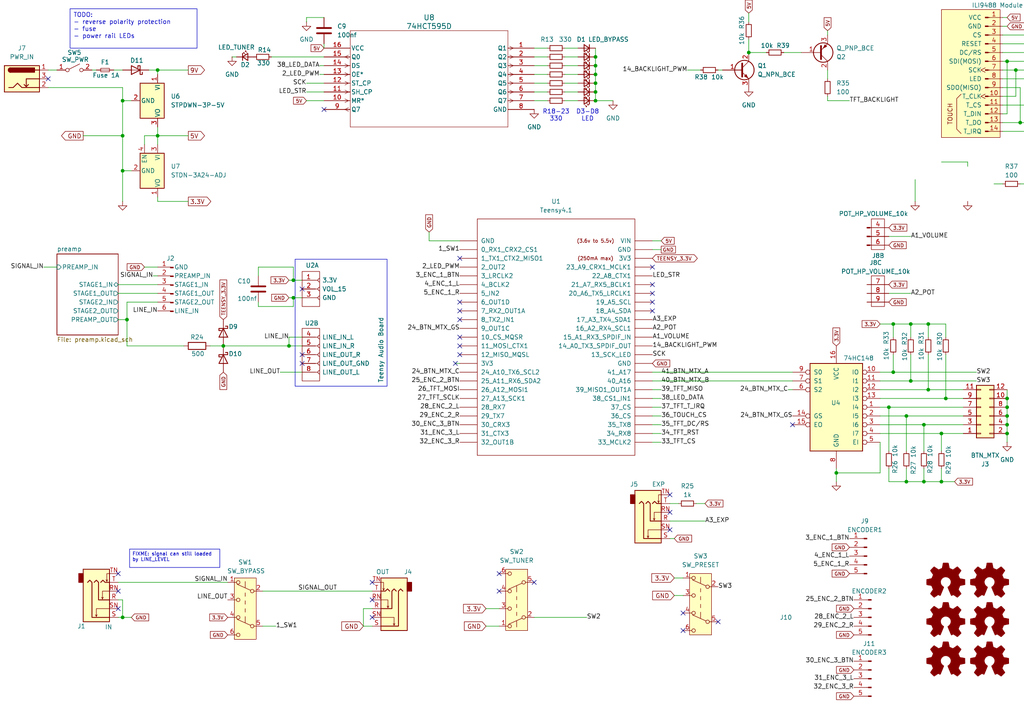
<source format=kicad_sch>
(kicad_sch (version 20231120) (generator "eeschema") (generator_version "8.0")
  (paper "A4")
  (junction (at 242.57 137.16))
  (junction (at 217.17 15.24))
  (junction (at 273.05 125.73))
  (junction (at 267.97 123.19))
  (junction (at 292.1 17.78))
  (junction (at 172.72 16.51))
  (junction (at 172.72 26.67))
  (junction (at 292.1 120.65))
  (junction (at 264.16 93.98))
  (junction (at 295.91 35.56))
  (junction (at 35.56 39.37))
  (junction (at 264.16 110.49))
  (junction (at 292.1 123.19))
  (junction (at 292.1 125.73))
  (junction (at 257.81 118.11))
  (junction (at 267.97 139.7))
  (junction (at 35.56 49.53))
  (junction (at 259.08 93.98))
  (junction (at 45.72 20.32))
  (junction (at 85.09 86.36))
  (junction (at 85.09 81.28))
  (junction (at 172.72 19.05))
  (junction (at 292.1 118.11))
  (junction (at 273.05 139.7))
  (junction (at 36.83 92.71))
  (junction (at 172.72 21.59))
  (junction (at 64.77 100.33))
  (junction (at 172.72 29.21))
  (junction (at 269.24 113.03))
  (junction (at 274.32 115.57))
  (junction (at 269.24 93.98))
  (junction (at 259.08 107.95))
  (junction (at 83.82 100.33))
  (junction (at 262.89 120.65))
  (junction (at 35.56 179.07))
  (junction (at 262.89 139.7))
  (junction (at 35.56 29.21))
  (junction (at 172.72 24.13))
  (junction (at 294.64 20.32))
  (junction (at 292.1 115.57))
  (junction (at 45.72 39.37))
  (no_connect (at 107.95 168.91))
  (no_connect (at 208.28 180.34))
  (no_connect (at 133.35 102.87))
  (no_connect (at 107.95 179.07))
  (no_connect (at 198.12 177.8))
  (no_connect (at 34.29 176.53))
  (no_connect (at 133.35 87.63))
  (no_connect (at 189.23 90.17))
  (no_connect (at 144.78 171.45))
  (no_connect (at 194.31 143.51))
  (no_connect (at 133.35 92.71))
  (no_connect (at 87.63 102.87))
  (no_connect (at 229.87 123.19))
  (no_connect (at 189.23 87.63))
  (no_connect (at 154.94 168.91))
  (no_connect (at 189.23 77.47))
  (no_connect (at 194.31 153.67))
  (no_connect (at 107.95 173.99))
  (no_connect (at 34.29 171.45))
  (no_connect (at 93.98 31.75))
  (no_connect (at 189.23 85.09))
  (no_connect (at 13.97 22.86))
  (no_connect (at 189.23 82.55))
  (no_connect (at 34.29 166.37))
  (no_connect (at 133.35 97.79))
  (no_connect (at 132.08 105.41))
  (no_connect (at 133.35 74.93))
  (no_connect (at 194.31 148.59))
  (no_connect (at 198.12 182.88))
  (no_connect (at 87.63 83.82))
  (no_connect (at 87.63 105.41))
  (no_connect (at 133.35 100.33))
  (no_connect (at 133.35 90.17))
  (no_connect (at 144.78 166.37))
  (wire (pts (xy 140.97 181.61) (xy 144.78 181.61)))
  (wire (pts (xy 34.29 168.91) (xy 66.04 168.91)))
  (wire (pts (xy 83.82 97.79) (xy 87.63 97.79)))
  (wire (pts (xy 264.16 85.09) (xy 257.81 85.09)))
  (wire (pts (xy 191.77 115.57) (xy 189.23 115.57)))
  (wire (pts (xy 88.9 5.08) (xy 93.98 5.08)))
  (wire (pts (xy 36.83 87.63) (xy 36.83 92.71)))
  (wire (pts (xy 34.29 82.55) (xy 45.72 82.55)))
  (wire (pts (xy 274.32 97.79) (xy 274.32 93.98)))
  (wire (pts (xy 273.05 46.99) (xy 280.67 46.99)))
  (wire (pts (xy 294.64 20.32) (xy 316.23 20.32)))
  (wire (pts (xy 43.18 20.32) (xy 45.72 20.32)))
  (wire (pts (xy 262.89 139.7) (xy 267.97 139.7)))
  (wire (pts (xy 172.72 29.21) (xy 177.8 29.21)))
  (wire (pts (xy 295.91 25.4) (xy 295.91 35.56)))
  (wire (pts (xy 194.31 146.05) (xy 196.85 146.05)))
  (wire (pts (xy 273.05 125.73) (xy 273.05 130.81)))
  (wire (pts (xy 208.28 20.32) (xy 209.55 20.32)))
  (wire (pts (xy 269.24 113.03) (xy 255.27 113.03)))
  (wire (pts (xy 35.56 29.21) (xy 38.1 29.21)))
  (wire (pts (xy 41.91 77.47) (xy 45.72 77.47)))
  (wire (pts (xy 299.72 10.16) (xy 290.83 10.16)))
  (wire (pts (xy 124.46 69.85) (xy 133.35 69.85)))
  (wire (pts (xy 44.45 80.01) (xy 45.72 80.01)))
  (wire (pts (xy 83.82 97.79) (xy 83.82 100.33)))
  (wire (pts (xy 259.08 107.95) (xy 255.27 107.95)))
  (wire (pts (xy 85.09 88.9) (xy 85.09 86.36)))
  (wire (pts (xy 36.83 92.71) (xy 34.29 92.71)))
  (wire (pts (xy 13.97 20.32) (xy 16.51 20.32)))
  (wire (pts (xy 274.32 93.98) (xy 269.24 93.98)))
  (wire (pts (xy 292.1 120.65) (xy 292.1 123.19)))
  (wire (pts (xy 163.83 21.59) (xy 167.64 21.59)))
  (wire (pts (xy 36.83 87.63) (xy 45.72 87.63)))
  (wire (pts (xy 41.91 39.37) (xy 41.91 41.91)))
  (wire (pts (xy 16.51 77.47) (xy 12.7 77.47)))
  (wire (pts (xy 189.23 107.95) (xy 229.87 107.95)))
  (wire (pts (xy 264.16 97.79) (xy 264.16 93.98)))
  (wire (pts (xy 88.9 26.67) (xy 93.98 26.67)))
  (wire (pts (xy 292.1 118.11) (xy 292.1 120.65)))
  (wire (pts (xy 255.27 120.65) (xy 262.89 120.65)))
  (wire (pts (xy 292.1 7.62) (xy 290.83 7.62)))
  (wire (pts (xy 74.93 77.47) (xy 74.93 80.01)))
  (wire (pts (xy 195.58 172.72) (xy 198.12 172.72)))
  (wire (pts (xy 292.1 125.73) (xy 292.1 128.27)))
  (wire (pts (xy 290.83 17.78) (xy 292.1 17.78)))
  (wire (pts (xy 240.03 22.86) (xy 240.03 20.32)))
  (wire (pts (xy 217.17 15.24) (xy 222.25 15.24)))
  (wire (pts (xy 78.74 16.51) (xy 93.98 16.51)))
  (wire (pts (xy 290.83 27.94) (xy 294.64 27.94)))
  (wire (pts (xy 41.91 39.37) (xy 45.72 39.37)))
  (wire (pts (xy 172.72 19.05) (xy 172.72 21.59)))
  (wire (pts (xy 304.8 53.34) (xy 295.91 53.34)))
  (wire (pts (xy 299.72 38.1) (xy 290.83 38.1)))
  (wire (pts (xy 264.16 110.49) (xy 264.16 102.87)))
  (wire (pts (xy 201.93 146.05) (xy 204.47 146.05)))
  (wire (pts (xy 60.96 100.33) (xy 64.77 100.33)))
  (wire (pts (xy 45.72 39.37) (xy 45.72 36.83)))
  (wire (pts (xy 191.77 125.73) (xy 189.23 125.73)))
  (wire (pts (xy 262.89 120.65) (xy 262.89 130.81)))
  (wire (pts (xy 265.43 52.07) (xy 265.43 58.42)))
  (wire (pts (xy 83.82 81.28) (xy 85.09 81.28)))
  (wire (pts (xy 54.61 39.37) (xy 45.72 39.37)))
  (wire (pts (xy 257.81 118.11) (xy 255.27 118.11)))
  (wire (pts (xy 304.8 54.61) (xy 304.8 53.34)))
  (wire (pts (xy 92.71 21.59) (xy 93.98 21.59)))
  (wire (pts (xy 13.97 25.4) (xy 35.56 25.4)))
  (wire (pts (xy 257.81 68.58) (xy 264.16 68.58)))
  (wire (pts (xy 323.85 35.56) (xy 328.93 35.56)))
  (wire (pts (xy 45.72 58.42) (xy 45.72 57.15)))
  (wire (pts (xy 80.01 181.61) (xy 76.2 181.61)))
  (wire (pts (xy 154.94 13.97) (xy 158.75 13.97)))
  (wire (pts (xy 163.83 16.51) (xy 167.64 16.51)))
  (wire (pts (xy 227.33 15.24) (xy 232.41 15.24)))
  (wire (pts (xy 45.72 39.37) (xy 45.72 41.91)))
  (wire (pts (xy 35.56 39.37) (xy 35.56 29.21)))
  (wire (pts (xy 64.77 100.33) (xy 83.82 100.33)))
  (wire (pts (xy 217.17 11.43) (xy 217.17 15.24)))
  (wire (pts (xy 191.77 128.27) (xy 189.23 128.27)))
  (wire (pts (xy 255.27 128.27) (xy 255.27 137.16)))
  (wire (pts (xy 88.9 5.08) (xy 88.9 6.35)))
  (wire (pts (xy 242.57 137.16) (xy 242.57 139.7)))
  (wire (pts (xy 189.23 110.49) (xy 229.87 110.49)))
  (wire (pts (xy 306.07 54.61) (xy 304.8 54.61)))
  (wire (pts (xy 35.56 39.37) (xy 24.13 39.37)))
  (wire (pts (xy 267.97 139.7) (xy 273.05 139.7)))
  (wire (pts (xy 163.83 24.13) (xy 167.64 24.13)))
  (wire (pts (xy 35.56 173.99) (xy 35.56 179.07)))
  (wire (pts (xy 105.41 176.53) (xy 105.41 181.61)))
  (wire (pts (xy 36.83 100.33) (xy 53.34 100.33)))
  (wire (pts (xy 45.72 20.32) (xy 54.61 20.32)))
  (wire (pts (xy 273.05 139.7) (xy 273.05 135.89)))
  (wire (pts (xy 240.03 29.21) (xy 246.38 29.21)))
  (wire (pts (xy 292.1 17.78) (xy 316.23 17.78)))
  (wire (pts (xy 163.83 19.05) (xy 167.64 19.05)))
  (wire (pts (xy 154.94 16.51) (xy 158.75 16.51)))
  (wire (pts (xy 35.56 25.4) (xy 35.56 29.21)))
  (wire (pts (xy 88.9 29.21) (xy 93.98 29.21)))
  (wire (pts (xy 154.94 179.07) (xy 170.18 179.07)))
  (wire (pts (xy 267.97 123.19) (xy 255.27 123.19)))
  (wire (pts (xy 172.72 13.97) (xy 172.72 16.51)))
  (wire (pts (xy 240.03 27.94) (xy 240.03 29.21)))
  (wire (pts (xy 81.28 107.95) (xy 87.63 107.95)))
  (wire (pts (xy 217.17 3.81) (xy 217.17 6.35)))
  (wire (pts (xy 163.83 29.21) (xy 167.64 29.21)))
  (wire (pts (xy 154.94 19.05) (xy 158.75 19.05)))
  (wire (pts (xy 279.4 113.03) (xy 269.24 113.03)))
  (wire (pts (xy 35.56 49.53) (xy 38.1 49.53)))
  (wire (pts (xy 158.75 21.59) (xy 154.94 21.59)))
  (wire (pts (xy 85.09 77.47) (xy 85.09 81.28)))
  (wire (pts (xy 107.95 176.53) (xy 105.41 176.53)))
  (wire (pts (xy 290.83 35.56) (xy 295.91 35.56)))
  (wire (pts (xy 323.85 17.78) (xy 328.93 17.78)))
  (wire (pts (xy 191.77 123.19) (xy 189.23 123.19)))
  (wire (pts (xy 290.83 20.32) (xy 294.64 20.32)))
  (wire (pts (xy 163.83 26.67) (xy 167.64 26.67)))
  (wire (pts (xy 74.93 88.9) (xy 74.93 87.63)))
  (wire (pts (xy 290.83 53.34) (xy 288.29 53.34)))
  (wire (pts (xy 269.24 93.98) (xy 264.16 93.98)))
  (wire (pts (xy 34.29 85.09) (xy 45.72 85.09)))
  (wire (pts (xy 269.24 113.03) (xy 269.24 102.87)))
  (wire (pts (xy 267.97 123.19) (xy 267.97 130.81)))
  (wire (pts (xy 35.56 179.07) (xy 34.29 179.07)))
  (wire (pts (xy 228.6 113.03) (xy 229.87 113.03)))
  (wire (pts (xy 264.16 93.98) (xy 259.08 93.98)))
  (wire (pts (xy 257.81 139.7) (xy 262.89 139.7)))
  (wire (pts (xy 274.32 115.57) (xy 255.27 115.57)))
  (wire (pts (xy 279.4 118.11) (xy 257.81 118.11)))
  (wire (pts (xy 158.75 24.13) (xy 154.94 24.13)))
  (wire (pts (xy 292.1 113.03) (xy 292.1 115.57)))
  (wire (pts (xy 295.91 35.56) (xy 316.23 35.56)))
  (wire (pts (xy 74.93 88.9) (xy 85.09 88.9)))
  (wire (pts (xy 299.72 12.7) (xy 290.83 12.7)))
  (wire (pts (xy 74.93 77.47) (xy 85.09 77.47)))
  (wire (pts (xy 259.08 93.98) (xy 259.08 97.79)))
  (wire (pts (xy 93.98 12.7) (xy 93.98 13.97)))
  (wire (pts (xy 323.85 20.32) (xy 328.93 20.32)))
  (wire (pts (xy 283.21 107.95) (xy 259.08 107.95)))
  (wire (pts (xy 290.83 25.4) (xy 295.91 25.4)))
  (wire (pts (xy 154.94 29.21) (xy 158.75 29.21)))
  (wire (pts (xy 54.61 58.42) (xy 45.72 58.42)))
  (wire (pts (xy 167.64 13.97) (xy 163.83 13.97)))
  (wire (pts (xy 290.83 5.08) (xy 292.1 5.08)))
  (wire (pts (xy 292.1 123.19) (xy 292.1 125.73)))
  (wire (pts (xy 283.21 110.49) (xy 264.16 110.49)))
  (wire (pts (xy 290.83 33.02) (xy 292.1 33.02)))
  (wire (pts (xy 195.58 167.64) (xy 198.12 167.64)))
  (wire (pts (xy 67.31 16.51) (xy 68.58 16.51)))
  (wire (pts (xy 294.64 20.32) (xy 294.64 27.94)))
  (wire (pts (xy 259.08 107.95) (xy 259.08 102.87)))
  (wire (pts (xy 83.82 86.36) (xy 85.09 86.36)))
  (wire (pts (xy 280.67 46.99) (xy 280.67 48.26)))
  (wire (pts (xy 191.77 120.65) (xy 189.23 120.65)))
  (wire (pts (xy 273.05 125.73) (xy 255.27 125.73)))
  (wire (pts (xy 257.81 118.11) (xy 257.81 130.81)))
  (wire (pts (xy 172.72 21.59) (xy 172.72 24.13)))
  (wire (pts (xy 242.57 137.16) (xy 255.27 137.16)))
  (wire (pts (xy 38.1 179.07) (xy 35.56 179.07)))
  (wire (pts (xy 279.4 123.19) (xy 267.97 123.19)))
  (wire (pts (xy 124.46 67.31) (xy 124.46 69.85)))
  (wire (pts (xy 262.89 139.7) (xy 262.89 135.89)))
  (wire (pts (xy 292.1 115.57) (xy 292.1 118.11)))
  (wire (pts (xy 259.08 93.98) (xy 255.27 93.98)))
  (wire (pts (xy 290.83 22.86) (xy 299.72 22.86)))
  (wire (pts (xy 273.05 139.7) (xy 276.86 139.7)))
  (wire (pts (xy 269.24 93.98) (xy 269.24 97.79)))
  (wire (pts (xy 299.72 15.24) (xy 290.83 15.24)))
  (wire (pts (xy 189.23 72.39) (xy 191.77 72.39)))
  (wire (pts (xy 257.81 135.89) (xy 257.81 139.7)))
  (wire (pts (xy 172.72 24.13) (xy 172.72 26.67)))
  (wire (pts (xy 191.77 69.85) (xy 189.23 69.85)))
  (wire (pts (xy 299.72 30.48) (xy 290.83 30.48)))
  (wire (pts (xy 107.95 181.61) (xy 105.41 181.61)))
  (wire (pts (xy 34.29 173.99) (xy 35.56 173.99)))
  (wire (pts (xy 191.77 113.03) (xy 189.23 113.03)))
  (wire (pts (xy 154.94 26.67) (xy 158.75 26.67)))
  (wire (pts (xy 85.09 81.28) (xy 87.63 81.28)))
  (wire (pts (xy 262.89 120.65) (xy 279.4 120.65)))
  (wire (pts (xy 199.39 20.32) (xy 203.2 20.32)))
  (wire (pts (xy 36.83 92.71) (xy 36.83 100.33)))
  (wire (pts (xy 35.56 58.42) (xy 35.56 49.53)))
  (wire (pts (xy 292.1 17.78) (xy 292.1 33.02)))
  (wire (pts (xy 279.4 115.57) (xy 274.32 115.57)))
  (wire (pts (xy 92.71 19.05) (xy 93.98 19.05)))
  (wire (pts (xy 35.56 20.32) (xy 33.02 20.32)))
  (wire (pts (xy 172.72 26.67) (xy 172.72 29.21)))
  (wire (pts (xy 140.97 176.53) (xy 144.78 176.53)))
  (wire (pts (xy 194.31 156.21) (xy 195.58 156.21)))
  (wire (pts (xy 26.67 20.32) (xy 27.94 20.32)))
  (wire (pts (xy 194.31 151.13) (xy 204.47 151.13)))
  (wire (pts (xy 274.32 115.57) (xy 274.32 102.87)))
  (wire (pts (xy 35.56 39.37) (xy 35.56 49.53)))
  (wire (pts (xy 172.72 16.51) (xy 172.72 19.05)))
  (wire (pts (xy 83.82 100.33) (xy 87.63 100.33)))
  (wire (pts (xy 267.97 135.89) (xy 267.97 139.7)))
  (wire (pts (xy 279.4 125.73) (xy 273.05 125.73)))
  (wire (pts (xy 76.2 171.45) (xy 107.95 171.45)))
  (wire (pts (xy 132.08 105.41) (xy 133.35 105.41)))
  (wire (pts (xy 191.77 118.11) (xy 189.23 118.11)))
  (wire (pts (xy 242.57 135.89) (xy 242.57 137.16)))
  (wire (pts (xy 264.16 110.49) (xy 255.27 110.49)))
  (wire (pts (xy 240.03 8.89) (xy 240.03 10.16)))
  (wire (pts (xy 85.09 86.36) (xy 87.63 86.36)))
  (wire (pts (xy 88.9 24.13) (xy 93.98 24.13)))
  (wire (pts (xy 45.72 20.32) (xy 45.72 21.59)))
  (rectangle (start 85.598 75.184) (end 112.268 112.014))
  (text_box "TODO: \n- reverse polarity protection\n- fuse\n- power rail LEDs\n\n" (at 20.32 2.54 0) (size 36.83 11.43) (effects (font (size 1.27 1.27)) (justify left top)))
  (text_box "Resistors to slow the high frequency transients on SPI lines - value needs tuning/testing" (at 318.262 6.858 0) (size 27.94 4.826) (effects (font (size 0.762 0.762)) (justify left top)))
  (text_box "FIXME: signal can still loaded by LINE_LEVEL" (at 37.592 159.258 0) (size 26.162 5.334) (effects (font (size 1 1)) (justify left top)))
  (text "D3-D8\nLED" (at 170.434 33.528 0) (effects (font (size 1.27 1.27))))
  (text "R18-23\n330\n" (at 161.29 33.528 0) (effects (font (size 1.27 1.27))))
  (label "LINE_IN" (at 45.72 90.17 180))
  (label "26_TFT_MOSI" (at 328.93 17.78 0))
  (label "3_ENC_1_BTN" (at 133.35 80.01 180))
  (label "5_ENC_1_R" (at 133.35 85.09 180))
  (label "32_ENC_3_R" (at 247.65 199.39 180))
  (label "40_BTN_MTX_B" (at 191.77 110.49 0))
  (label "30_ENC_3_BTN" (at 133.35 123.19 180))
  (label "39_TFT_MISO" (at 191.77 113.03 0))
  (label "31_ENC_3_L" (at 247.65 196.85 180))
  (label "35_TFT_DC{slash}RS" (at 191.77 123.19 0))
  (label "TFT_BACKLIGHT" (at 299.72 22.86 0))
  (label "36_TOUCH_CS" (at 191.77 120.65 0))
  (label "37_TFT_T_IRQ" (at 191.77 118.11 0))
  (label "A1_VOLUME" (at 189.23 97.79 0))
  (label "4_ENC_1_L" (at 133.35 82.55 180))
  (label "39_TFT_MISO" (at 328.93 35.56 0))
  (label "3_ENC_1_BTN" (at 246.38 156.21 180))
  (label "SIGNAL_IN" (at 66.04 168.91 180))
  (label "27_TFT_SCLK" (at 328.93 20.32 0))
  (label "A3_EXP" (at 204.47 151.13 0))
  (label "2_LED_PWM" (at 92.71 21.59 180))
  (label "1_SW1" (at 80.01 181.61 0))
  (label "SW2" (at 170.18 179.07 0))
  (label "SIGNAL_OUT" (at 97.79 171.45 180))
  (label "2_LED_PWM" (at 133.35 77.47 180))
  (label "LINE_OUT" (at 81.28 107.95 180))
  (label "14_BACKLIGHT_PWM" (at 189.23 100.33 0))
  (label "36_TOUCH_CS" (at 299.72 30.48 0))
  (label "4_ENC_1_L" (at 246.38 161.29 180))
  (label "A1_VOLUME" (at 264.16 68.58 0))
  (label "SW3" (at 208.28 170.18 0))
  (label "41_BTN_MTX_A" (at 191.77 107.95 0))
  (label "31_ENC_3_L" (at 133.35 125.73 180))
  (label "33_TFT_CS" (at 191.77 128.27 0))
  (label "34_TFT_RST" (at 191.77 125.73 0))
  (label "A2_POT" (at 189.23 95.25 0))
  (label "1_SW1" (at 133.35 72.39 180))
  (label "A3_EXP" (at 189.23 92.71 0))
  (label "24_BTN_MTX_GS" (at 229.87 120.65 180))
  (label "32_ENC_3_R" (at 133.35 128.27 180))
  (label "33_TFT_CS" (at 299.72 10.16 0))
  (label "38_LED_DATA" (at 92.71 19.05 180))
  (label "SIGNAL_IN" (at 44.45 80.01 180))
  (label "24_BTN_MTX_C" (at 133.35 107.95 180))
  (label "SCK" (at 88.9 24.13 180))
  (label "LED_STR" (at 189.23 80.01 0))
  (label "LINE_IN" (at 83.82 97.79 180))
  (label "TFT_BACKLIGHT" (at 246.38 29.21 0))
  (label "34_TFT_RST" (at 299.72 12.7 0))
  (label "24_BTN_MTX_GS" (at 133.35 95.25 180))
  (label "SIGNAL_IN" (at 12.7 77.47 180))
  (label "A2_POT" (at 264.16 85.09 0))
  (label "28_ENC_2_L" (at 133.35 118.11 180))
  (label "26_TFT_MOSI" (at 133.35 113.03 180))
  (label "25_ENC_2_BTN" (at 247.65 173.99 180))
  (label "27_TFT_SCLK" (at 133.35 115.57 180))
  (label "37_TFT_T_IRQ" (at 299.72 38.1 0))
  (label "29_ENC_2_R" (at 133.35 120.65 180))
  (label "LED_STR" (at 88.9 26.67 180))
  (label "25_ENC_2_BTN" (at 133.35 110.49 180))
  (label "SW2" (at 283.21 107.95 0))
  (label "29_ENC_2_R" (at 247.65 181.61 180))
  (label "38_LED_DATA" (at 191.77 115.57 0))
  (label "35_TFT_DC{slash}RS" (at 299.72 15.24 0))
  (label "SCK" (at 189.23 102.87 0))
  (label "28_ENC_2_L" (at 247.65 179.07 180))
  (label "14_BACKLIGHT_PWM" (at 199.39 20.32 180))
  (label "LINE_OUT" (at 66.04 173.99 180))
  (label "5_ENC_1_R" (at 246.38 163.83 180))
  (label "24_BTN_MTX_C" (at 228.6 113.03 180))
  (label "30_ENC_3_BTN" (at 247.65 191.77 180))
  (label "SW3" (at 283.21 110.49 0))
  (global_label "GND" (shape input) (at 140.97 181.61 180) (property "Intersheetrefs" "${INTERSHEET_REFS}" (effects (hide yes))))
  (global_label "GND" (shape input) (at 257.81 87.63 0) (effects (font (size 1.016 1.016))) (property "Intersheetrefs" "${INTERSHEET_REFS}" (effects (hide yes))))
  (global_label "GND" (shape input) (at 292.1 7.62 0) (effects (font (size 1.016 1.016))) (property "Intersheetrefs" "${INTERSHEET_REFS}" (effects (hide yes))))
  (global_label "GND" (shape input) (at 247.65 184.15 180) (effects (font (size 1.016 1.016))) (property "Intersheetrefs" "${INTERSHEET_REFS}" (effects (hide yes))))
  (global_label "GND" (shape input) (at 247.65 194.31 180) (effects (font (size 1.016 1.016))) (property "Intersheetrefs" "${INTERSHEET_REFS}" (effects (hide yes))))
  (global_label "GND" (shape input) (at 246.38 158.75 180) (effects (font (size 1.016 1.016))) (property "Intersheetrefs" "${INTERSHEET_REFS}" (effects (hide yes))))
  (global_label "3.3V" (shape input) (at 242.57 100.33 90) (effects (font (size 1.016 1.016))) (property "Intersheetrefs" "${INTERSHEET_REFS}" (effects (hide yes))))
  (global_label "3.3V" (shape input) (at 195.58 167.64 180) (property "Intersheetrefs" "${INTERSHEET_REFS}" (effects (hide yes))))
  (global_label "5V" (shape input) (at 292.1 5.08 0) (effects (font (size 1.016 1.016))) (property "Intersheetrefs" "${INTERSHEET_REFS}" (effects (hide yes))))
  (global_label "3.3V" (shape output) (at 54.61 58.42 0) (property "Intersheetrefs" "${INTERSHEET_REFS}" (effects (hide yes))))
  (global_label "GND" (shape input) (at 247.65 176.53 180) (effects (font (size 1.016 1.016))) (property "Intersheetrefs" "${INTERSHEET_REFS}" (effects (hide yes))))
  (global_label "GND" (shape input) (at 195.58 156.21 0) (effects (font (size 1.016 1.016))) (property "Intersheetrefs" "${INTERSHEET_REFS}" (effects (hide yes))))
  (global_label "TEENSY_3.3V" (shape bidirectional) (at 189.23 74.93 0) (effects (font (size 1.0668 1.0668))) (property "Intersheetrefs" "${INTERSHEET_REFS}" (effects (hide yes))))
  (global_label "3.3V" (shape input) (at 204.47 146.05 0) (effects (font (size 1.016 1.016))) (property "Intersheetrefs" "${INTERSHEET_REFS}" (effects (hide yes))))
  (global_label "GND" (shape input) (at 41.91 77.47 180) (effects (font (size 1.016 1.016))) (property "Intersheetrefs" "${INTERSHEET_REFS}" (effects (hide yes))))
  (global_label "3.3V" (shape input) (at 257.81 66.04 0) (effects (font (size 1.016 1.016))) (property "Intersheetrefs" "${INTERSHEET_REFS}" (effects (hide yes))))
  (global_label "9V" (shape output) (at 54.61 20.32 0) (property "Intersheetrefs" "${INTERSHEET_REFS}" (effects (hide yes))))
  (global_label "TEENSY_3.3V" (shape input) (at 64.77 92.71 90) (effects (font (size 1.016 1.016))) (property "Intersheetrefs" "${INTERSHEET_REFS}" (effects (hide yes))))
  (global_label "GND" (shape input) (at 257.81 71.12 0) (effects (font (size 1.016 1.016))) (property "Intersheetrefs" "${INTERSHEET_REFS}" (effects (hide yes))))
  (global_label "GND" (shape input) (at 189.23 105.41 0) (effects (font (size 1.016 1.016))) (property "Intersheetrefs" "${INTERSHEET_REFS}" (effects (hide yes))))
  (global_label "GND" (shape output) (at 24.13 39.37 180) (property "Intersheetrefs" "${INTERSHEET_REFS}" (effects (hide yes))))
  (global_label "GND" (shape input) (at 66.04 184.15 180) (effects (font (size 1.016 1.016))) (property "Intersheetrefs" "${INTERSHEET_REFS}" (effects (hide yes))))
  (global_label "3.3V" (shape input) (at 255.27 93.98 180) (effects (font (size 1.016 1.016))) (property "Intersheetrefs" "${INTERSHEET_REFS}" (effects (hide yes))))
  (global_label "5V" (shape input) (at 240.03 8.89 90) (effects (font (size 1.016 1.016))) (property "Intersheetrefs" "${INTERSHEET_REFS}" (effects (hide yes))))
  (global_label "3.3V" (shape input) (at 83.82 81.28 180) (effects (font (size 1.016 1.016))) (property "Intersheetrefs" "${INTERSHEET_REFS}" (effects (hide yes))))
  (global_label "GND" (shape input) (at 124.46 67.31 90) (effects (font (size 1.016 1.016))) (property "Intersheetrefs" "${INTERSHEET_REFS}" (effects (hide yes))))
  (global_label "GND" (shape input) (at 64.77 107.95 270) (effects (font (size 1.016 1.016))) (property "Intersheetrefs" "${INTERSHEET_REFS}" (effects (hide yes))))
  (global_label "5V" (shape input) (at 191.77 69.85 0) (effects (font (size 1.016 1.016))) (property "Intersheetrefs" "${INTERSHEET_REFS}" (effects (hide yes))))
  (global_label "5V" (shape input) (at 93.98 13.97 180) (effects (font (size 1.016 1.016))) (property "Intersheetrefs" "${INTERSHEET_REFS}" (effects (hide yes))))
  (global_label "GND" (shape input) (at 247.65 201.93 180) (effects (font (size 1.016 1.016))) (property "Intersheetrefs" "${INTERSHEET_REFS}" (effects (hide yes))))
  (global_label "GND" (shape input) (at 105.41 181.61 180) (property "Intersheetrefs" "${INTERSHEET_REFS}" (effects (hide yes))))
  (global_label "GND" (shape input) (at 38.1 179.07 0) (effects (font (size 1.016 1.016))) (property "Intersheetrefs" "${INTERSHEET_REFS}" (effects (hide yes))))
  (global_label "GND" (shape input) (at 195.58 172.72 180) (property "Intersheetrefs" "${INTERSHEET_REFS}" (effects (hide yes))))
  (global_label "3.3V" (shape input) (at 140.97 176.53 180) (property "Intersheetrefs" "${INTERSHEET_REFS}" (effects (hide yes))))
  (global_label "5V" (shape input) (at 217.17 3.81 90) (effects (font (size 1.016 1.016))) (property "Intersheetrefs" "${INTERSHEET_REFS}" (effects (hide yes))))
  (global_label "3.3V" (shape input) (at 276.86 139.7 0) (effects (font (size 1.016 1.016))) (property "Intersheetrefs" "${INTERSHEET_REFS}" (effects (hide yes))))
  (global_label "5V" (shape input) (at 88.9 29.21 180) (effects (font (size 1.016 1.016))) (property "Intersheetrefs" "${INTERSHEET_REFS}" (effects (hide yes))))
  (global_label "GND" (shape input) (at 246.38 166.37 180) (effects (font (size 1.016 1.016))) (property "Intersheetrefs" "${INTERSHEET_REFS}" (effects (hide yes))))
  (global_label "3.3V" (shape input) (at 257.81 82.55 0) (effects (font (size 1.016 1.016))) (property "Intersheetrefs" "${INTERSHEET_REFS}" (effects (hide yes))))
  (global_label "5V" (shape output) (at 54.61 39.37 0) (property "Intersheetrefs" "${INTERSHEET_REFS}" (effects (hide yes))))
  (global_label "GND" (shape passive) (at 191.77 72.39 0) (effects (font (size 1.016 1.016))) (property "Intersheetrefs" "${INTERSHEET_REFS}" (effects (hide yes))))
  (global_label "3.3V" (shape input) (at 66.04 179.07 180) (effects (font (size 1.016 1.016))) (property "Intersheetrefs" "${INTERSHEET_REFS}" (effects (hide yes))))
  (global_label "GND" (shape input) (at 83.82 86.36 180) (effects (font (size 1.016 1.016))) (property "Intersheetrefs" "${INTERSHEET_REFS}" (effects (hide yes))))
  (symbol (lib_id "Device:D_Schottky") (at 39.37 20.32 180) (unit 1)
    (property "Reference" "D11" (at 41.656 17.526 0) (effects (justify left)))
    (property "Value" "D_Schottky" (effects (hide yes)))
    (property "Footprint" "TI_FOOTPRINTS:DO-41_DIO" (effects (hide yes)))
    (property "Description" "Schottky diode" (effects (hide yes)))
  )
  (symbol (lib_id "Connector:Conn_01x05_Pin") (at 252.73 196.85 0) (mirror y) (unit 1)
    (property "Reference" "J11" (at 252.095 186.69 0))
    (property "Value" "ENCODER3" (at 252.095 189.23 0))
    (property "Footprint" "Connector_PinHeader_2.54mm:PinHeader_1x05_P2.54mm_Vertical" (effects (hide yes)))
    (property "Description" "Generic connector, single row, 01x05, script generated" (effects (hide yes)))
  )
  (symbol (lib_id "mcguitarpedal:Teensy_Audio_Board_Secondary_Sockets") (at 92.71 86.36 0) (unit 1)
    (property "Reference" "U2" (at 88.646 76.962 0) (effects (justify left)))
    (property "Value" "Teensy Audio Board" (at 110.49 110.998 90) (effects (justify left)))
    (property "Footprint" "mcguitarpedal:4.0audioshield" (effects (hide yes)))
    (property "Description" "Teensy Audio Board LINE and VOL connectors" (effects (hide yes)))
  )
  (symbol (lib_id "Device:LED_Small") (at 71.12 16.51 0) (unit 1)
    (property "Reference" "D2" (at 71.12 18.796 0))
    (property "Value" "LED_TUNER" (at 68.58 13.716 0))
    (property "Footprint" "LED_THT:LED_D5.0mm" (effects (hide yes)))
    (property "Description" "Light emitting diode, small symbol" (effects (hide yes)))
  )
  (symbol (lib_id "Device:R_Small") (at 76.2 16.51 270) (mirror x) (unit 1)
    (property "Reference" "R14" (at 76.708 14.478 90))
    (property "Value" "330" (at 76.454 18.288 90))
    (property "Footprint" "Resistor_SMD:R_1206_3216Metric_Pad1.30x1.75mm_HandSolder" (effects (hide yes)))
    (property "Description" "Resistor, small symbol" (effects (hide yes)))
  )
  (symbol (lib_id "Device:R") (at 320.04 17.78 90) (unit 1)
    (property "Reference" "R15" (at 320.04 14.732 90))
    (property "Value" "50" (at 320.04 17.78 90))
    (property "Footprint" "Resistor_SMD:R_1206_3216Metric_Pad1.30x1.75mm_HandSolder" (effects (hide yes)))
    (property "Description" "Resistor" (effects (hide yes)))
  )
  (symbol (lib_id "Device:R") (at 320.04 20.32 90) (unit 1)
    (property "Reference" "R16" (at 319.786 22.86 90))
    (property "Value" "50" (at 320.04 20.32 90))
    (property "Footprint" "Resistor_SMD:R_1206_3216Metric_Pad1.30x1.75mm_HandSolder" (effects (hide yes)))
    (property "Description" "Resistor" (effects (hide yes)))
  )
  (symbol (lib_id "Switch:SW_Push_DPDT") (at 149.86 173.99 180) (unit 1)
    (property "Reference" "SW2" (at 149.86 160.02 0))
    (property "Value" "SW_TUNER" (at 149.86 162.56 0))
    (property "Footprint" "mcguitarpedal:SW_PUSH_DPDT" (effects (hide yes)))
    (property "Description" "Momentary Switch, dual pole double throw" (effects (hide yes)))
  )
  (symbol (lib_id "Graphic:Logo_Open_Hardware_Small") (at 287.02 191.77 0) (unit 1) (exclude_from_sim yes) (in_bom no)
    (property "Reference" "POT3" (effects (hide yes)))
    (property "Value" "Logo_Open_Hardware_Small" (effects (hide yes)))
    (property "Footprint" "mcguitarpedal:Floating Potentiometer" (effects (hide yes)))
    (property "Description" "Open Hardware logo, small" (effects (hide yes)))
  )
  (symbol (lib_id "Device:Fuse_Small") (at 30.48 20.32 0) (unit 1)
    (property "Reference" "F1" (at 30.48 18.034 0))
    (property "Value" "Fuse 1A" (at 30.734 21.844 0))
    (property "Footprint" "Fuse:Fuse_Littelfuse_395Series" (effects (hide yes)))
    (property "Description" "Fuse, small symbol" (effects (hide yes)))
  )
  (symbol (lib_id "Device:R_Small") (at 161.29 29.21 90) (mirror x) (unit 1)
    (property "Reference" "R18" (effects (hide yes)))
    (property "Value" "330" (effects (hide yes)))
    (property "Footprint" "Resistor_SMD:R_1206_3216Metric_Pad1.30x1.75mm_HandSolder" (effects (hide yes)))
    (property "Description" "Resistor, small symbol" (effects (hide yes)))
  )
  (symbol (lib_name "3x2_Headers_1") (lib_id "mcguitarpedal:3x2_Headers") (at 251.46 83.82 0) (unit 3)
    (property "Reference" "J8" (at 254 76.2 0))
    (property "Value" "POT_HP_VOLUME_10k" (at 254 78.74 0))
    (property "Footprint" "Connector_PinHeader_2.54mm:PinHeader_1x09_P2.54mm_Vertical" (effects (hide yes)))
  )
  (symbol (lib_id "Device:R") (at 320.04 35.56 90) (unit 1)
    (property "Reference" "R17" (at 319.786 38.1 90))
    (property "Value" "50" (at 320.04 35.56 90))
    (property "Footprint" "Resistor_SMD:R_1206_3216Metric_Pad1.30x1.75mm_HandSolder" (effects (hide yes)))
    (property "Description" "Resistor" (effects (hide yes)))
  )
  (symbol (lib_id "Device:R_Small") (at 205.74 20.32 90) (unit 1)
    (property "Reference" "R38" (at 201.422 22.352 90) (effects (justify right)))
    (property "Value" "10k" (at 206.248 22.352 90) (effects (justify right)))
    (property "Footprint" "Resistor_SMD:R_1206_3216Metric_Pad1.30x1.75mm_HandSolder" (effects (hide yes)))
    (property "Description" "Resistor, small symbol" (effects (hide yes)))
  )
  (symbol (lib_id "Device:R_Small") (at 262.89 133.35 180) (unit 1)
    (property "Reference" "R27" (at 264.922 137.668 90) (effects (justify right)))
    (property "Value" "10k" (at 264.922 132.842 90) (effects (justify right)))
    (property "Footprint" "Resistor_SMD:R_1206_3216Metric_Pad1.30x1.75mm_HandSolder" (effects (hide yes)))
    (property "Description" "Resistor, small symbol" (effects (hide yes)))
  )
  (symbol (lib_id "Switch:SW_SPST") (at 21.59 20.32 0) (unit 1)
    (property "Reference" "SW5" (at 21.59 15.24 0))
    (property "Value" "SW_PWR" (at 21.844 17.272 0))
    (property "Footprint" "Connector_PinHeader_2.54mm:PinHeader_1x02_P2.54mm_Vertical" (effects (hide yes)))
    (property "Description" "Single Pole Single Throw (SPST) switch" (effects (hide yes)))
  )
  (symbol (lib_id "Graphic:Logo_Open_Hardware_Small") (at 274.32 180.34 0) (unit 1) (exclude_from_sim yes) (in_bom no)
    (property "Reference" "ENC2" (effects (hide yes)))
    (property "Value" "Logo_Open_Hardware_Small" (effects (hide yes)))
    (property "Footprint" "mcguitarpedal:Floating Encoder" (effects (hide yes)))
    (property "Description" "Open Hardware logo, small" (effects (hide yes)))
  )
  (symbol (lib_id "Device:R_Small") (at 161.29 19.05 90) (mirror x) (unit 1)
    (property "Reference" "R22" (effects (hide yes)))
    (property "Value" "330" (effects (hide yes)))
    (property "Footprint" "Resistor_SMD:R_1206_3216Metric_Pad1.30x1.75mm_HandSolder" (effects (hide yes)))
    (property "Description" "Resistor, small symbol" (effects (hide yes)))
  )
  (symbol (lib_id "Device:R_Small") (at 269.24 100.33 0) (unit 1)
    (property "Reference" "R31" (at 267.208 96.012 90) (effects (justify right)))
    (property "Value" "10k" (at 267.208 100.838 90) (effects (justify right)))
    (property "Footprint" "Resistor_SMD:R_1206_3216Metric_Pad1.30x1.75mm_HandSolder" (effects (hide yes)))
    (property "Description" "Resistor, small symbol" (effects (hide yes)))
  )
  (symbol (lib_id "Device:R_Small") (at 267.97 133.35 180) (unit 1)
    (property "Reference" "R28" (at 269.748 137.414 90) (effects (justify right)))
    (property "Value" "10k" (at 269.748 132.588 90) (effects (justify right)))
    (property "Footprint" "Resistor_SMD:R_1206_3216Metric_Pad1.30x1.75mm_HandSolder" (effects (hide yes)))
    (property "Description" "Resistor, small symbol" (effects (hide yes)))
  )
  (symbol (lib_id "Connector:Conn_01x05_Pin") (at 252.73 179.07 0) (mirror y) (unit 1)
    (property "Reference" "J10" (at 227.965 179.07 0))
    (property "Value" "ENCODER2" (at 252.095 171.45 0))
    (property "Footprint" "Connector_PinHeader_2.54mm:PinHeader_1x05_P2.54mm_Vertical" (effects (hide yes)))
    (property "Description" "Generic connector, single row, 01x05, script generated" (effects (hide yes)))
  )
  (symbol (lib_id "power:GND") (at 265.43 58.42 0) (unit 1)
    (property "Reference" "#PWR09" (effects (hide yes)))
    (property "Value" "GND" (effects (hide yes)))
    (property "Description" "Power symbol creates a global label with name \"GND\" , ground" (effects (hide yes)))
  )
  (symbol (lib_id "Device:R_Small") (at 273.05 133.35 180) (unit 1)
    (property "Reference" "R29" (at 275.082 137.668 90) (effects (justify right)))
    (property "Value" "10k" (at 275.082 132.842 90) (effects (justify right)))
    (property "Footprint" "Resistor_SMD:R_1206_3216Metric_Pad1.30x1.75mm_HandSolder" (effects (hide yes)))
    (property "Description" "Resistor, small symbol" (effects (hide yes)))
  )
  (symbol (lib_id "power:GND") (at 217.17 25.4 0) (unit 1)
    (property "Reference" "#PWR010" (effects (hide yes)))
    (property "Value" "GND" (at 217.17 30.48 0))
    (property "Description" "Power symbol creates a global label with name \"GND\" , ground" (effects (hide yes)))
  )
  (symbol (lib_id "Device:R_Small") (at 264.16 100.33 0) (unit 1)
    (property "Reference" "R32" (at 262.382 96.266 90) (effects (justify right)))
    (property "Value" "10k" (at 262.382 101.092 90) (effects (justify right)))
    (property "Footprint" "Resistor_SMD:R_1206_3216Metric_Pad1.30x1.75mm_HandSolder" (effects (hide yes)))
    (property "Description" "Resistor, small symbol" (effects (hide yes)))
  )
  (symbol (lib_id "Device:R_Small") (at 293.37 53.34 270) (unit 1)
    (property "Reference" "R37" (at 293.37 48.26 90))
    (property "Value" "100" (at 293.37 50.8 90))
    (property "Footprint" "Resistor_THT:R_Axial_DIN0207_L6.3mm_D2.5mm_P7.62mm_Horizontal" (effects (hide yes)))
    (property "Description" "Resistor, small symbol" (effects (hide yes)))
  )
  (symbol (lib_id "Device:D_Schottky") (at 64.77 104.14 270) (unit 1)
    (property "Reference" "D10" (at 66.294 102.616 90) (effects (justify left)))
    (property "Value" "D_Schottky" (effects (hide yes)))
    (property "Footprint" "TI_FOOTPRINTS:DO-41_DIO" (effects (hide yes)))
    (property "Description" "Schottky diode" (effects (hide yes)))
  )
  (symbol (lib_id "power:GND") (at 177.8 29.21 0) (unit 1)
    (property "Reference" "#PWR02" (effects (hide yes)))
    (property "Value" "GND" (at 177.8 34.29 0))
    (property "Description" "Power symbol creates a global label with name \"GND\" , ground" (effects (hide yes)))
  )
  (symbol (lib_id "Connector_Audio:AudioJack3_Switch") (at 113.03 176.53 180) (unit 1)
    (property "Reference" "J4" (at 118.364 165.862 0))
    (property "Value" "OUT" (at 110.998 165.862 0))
    (property "Footprint" "mcguitarpedal:Jack_6.35mm_Neutrik_NMJ6HCD2_Horizontal_3D_MODEL" (effects (hide yes)))
    (property "Description" "Audio Jack, 3 Poles (Stereo / TRS), Switched Poles (Normalling)" (effects (hide yes)))
  )
  (symbol (lib_id "Device:R_Small") (at 224.79 15.24 270) (unit 1)
    (property "Reference" "R39" (at 229.108 13.208 90) (effects (justify right)))
    (property "Value" "10k" (at 224.282 13.208 90) (effects (justify right)))
    (property "Footprint" "Resistor_SMD:R_1206_3216Metric_Pad1.30x1.75mm_HandSolder" (effects (hide yes)))
    (property "Description" "Resistor, small symbol" (effects (hide yes)))
  )
  (symbol (lib_id "Graphic:Logo_Open_Hardware_Small") (at 274.32 191.77 0) (unit 1) (exclude_from_sim yes) (in_bom no)
    (property "Reference" "ENC3" (effects (hide yes)))
    (property "Value" "Logo_Open_Hardware_Small" (effects (hide yes)))
    (property "Footprint" "mcguitarpedal:Floating Encoder" (effects (hide yes)))
    (property "Description" "Open Hardware logo, small" (effects (hide yes)))
  )
  (symbol (lib_id "Device:LED_Small") (at 170.18 21.59 180) (unit 1)
    (property "Reference" "D6" (effects (hide yes)))
    (property "Value" "LED" (effects (hide yes)))
    (property "Footprint" "mcguitarpedal:LED_D3.0mm" (effects (hide yes)))
    (property "Description" "Light emitting diode, small symbol" (effects (hide yes)))
  )
  (symbol (lib_id "Graphic:Logo_Open_Hardware_Small") (at 287.02 180.34 0) (unit 1) (exclude_from_sim yes) (in_bom no)
    (property "Reference" "POT2" (effects (hide yes)))
    (property "Value" "Logo_Open_Hardware_Small" (effects (hide yes)))
    (property "Footprint" "mcguitarpedal:Floating Potentiometer" (effects (hide yes)))
    (property "Description" "Open Hardware logo, small" (effects (hide yes)))
  )
  (symbol (lib_id "Device:R_Small") (at 161.29 24.13 90) (unit 1)
    (property "Reference" "R20" (effects (hide yes)))
    (property "Value" "330" (effects (hide yes)))
    (property "Footprint" "Resistor_SMD:R_1206_3216Metric_Pad1.30x1.75mm_HandSolder" (effects (hide yes)))
    (property "Description" "Resistor, small symbol" (effects (hide yes)))
  )
  (symbol (lib_id "Connector:Conn_01x14_Pin") (at 285.75 20.32 0) (unit 1)
    (property "Reference" "J6" (at 288.798 -0.762 0))
    (property "Value" "ILI9488 Module" (at 289.306 1.524 0))
    (property "Footprint" "mcguitarpedal:ILI9488" (effects (hide yes)))
    (property "Description" "ILI9488 SPI module, single row, 01x14" (effects (hide yes)))
  )
  (symbol (lib_id "Device:Q_NPN_BCE") (at 214.63 20.32 0) (unit 1)
    (property "Reference" "Q1" (at 219.71 19.0499 0) (effects (justify left)))
    (property "Value" "Q_NPN_BCE" (at 219.71 21.59 0) (effects (justify left)))
    (property "Description" "NPN transistor, base/collector/emitter" (effects (hide yes)))
  )
  (symbol (lib_id "Regulator_Linear:LM7805_TO220") (at 45.72 29.21 270) (unit 1)
    (property "Reference" "U6" (at 49.53 27.9399 90) (effects (justify left)))
    (property "Value" "STPDWN-3P-5V" (at 49.53 30.4799 90) (effects (justify left)))
    (property "Footprint" "Package_TO_SOT_THT:TO-220-3_Horizontal_TabDown" (effects (hide yes)))
    (property "Datasheet" "https://www.onsemi.cn/PowerSolutions/document/MC7800-D.PDF" (effects (hide yes)))
    (property "Description" "Positive 1A 35V Linear Regulator, Fixed Output 5V, TO-220" (effects (hide yes)))
  )
  (symbol (lib_id "Device:LED_Small") (at 170.18 19.05 180) (unit 1)
    (property "Reference" "D7" (effects (hide yes)))
    (property "Value" "LED" (effects (hide yes)))
    (property "Footprint" "mcguitarpedal:LED_D3.0mm" (effects (hide yes)))
    (property "Description" "Light emitting diode, small symbol" (effects (hide yes)))
  )
  (symbol (lib_id "Device:Q_PNP_BCE") (at 237.49 15.24 0) (mirror x) (unit 1)
    (property "Reference" "Q2" (at 242.57 16.5101 0) (effects (justify left)))
    (property "Value" "Q_PNP_BCE" (at 242.57 13.9701 0) (effects (justify left)))
    (property "Description" "PNP transistor, base/collector/emitter" (effects (hide yes)))
  )
  (symbol (lib_id "Device:LED_Small") (at 170.18 24.13 180) (unit 1)
    (property "Reference" "D5" (effects (hide yes)))
    (property "Value" "LED" (effects (hide yes)))
    (property "Footprint" "mcguitarpedal:LED_D3.0mm" (effects (hide yes)))
    (property "Description" "Light emitting diode, small symbol" (effects (hide yes)))
  )
  (symbol (lib_id "Device:LED_Small") (at 170.18 29.21 180) (unit 1)
    (property "Reference" "D3" (effects (hide yes)))
    (property "Value" "LED" (effects (hide yes)))
    (property "Footprint" "mcguitarpedal:LED_D3.0mm" (effects (hide yes)))
    (property "Description" "Light emitting diode, small symbol" (effects (hide yes)))
  )
  (symbol (lib_id "Graphic:Logo_Open_Hardware_Small") (at 287.02 168.91 0) (unit 1) (exclude_from_sim yes) (in_bom no)
    (property "Reference" "POT1" (effects (hide yes)))
    (property "Value" "Logo_Open_Hardware_Small" (effects (hide yes)))
    (property "Footprint" "mcguitarpedal:Floating Potentiometer" (effects (hide yes)))
    (property "Description" "Open Hardware logo, small" (effects (hide yes)))
  )
  (symbol (lib_id "Device:C") (at 74.93 83.82 0) (unit 1)
    (property "Reference" "C10" (at 68.834 81.534 0) (effects (justify left)))
    (property "Value" "100nf" (at 68.834 86.614 0) (effects (justify left)))
    (property "Footprint" "Capacitor_THT:C_Rect_L7.2mm_W2.5mm_P5.00mm_FKS2_FKP2_MKS2_MKP2" (effects (hide yes)))
    (property "Description" "Unpolarized capacitor" (effects (hide yes)))
  )
  (symbol (lib_id "Device:R") (at 57.15 100.33 90) (unit 1)
    (property "Reference" "R24" (at 57.15 97.79 90))
    (property "Value" "500" (at 57.404 102.616 90))
    (property "Footprint" "Resistor_THT:R_Axial_DIN0207_L6.3mm_D2.5mm_P7.62mm_Horizontal" (effects (hide yes)))
    (property "Description" "Resistor" (effects (hide yes)))
  )
  (symbol (lib_id "Switch:SW_Push_DPDT") (at 203.2 175.26 0) (mirror y) (unit 1)
    (property "Reference" "SW3" (at 203.2 161.29 0))
    (property "Value" "SW_PRESET" (at 203.2 163.83 0))
    (property "Footprint" "mcguitarpedal:SW_PUSH_DPDT" (effects (hide yes)))
    (property "Description" "Momentary Switch, dual pole double throw" (effects (hide yes)))
  )
  (symbol (lib_id "Device:R_Small") (at 161.29 13.97 270) (unit 1)
    (property "Reference" "R13" (at 156.718 11.43 90) (effects (justify left)))
    (property "Value" "330" (at 162.052 11.43 90) (effects (justify left)))
    (property "Footprint" "Resistor_SMD:R_1206_3216Metric_Pad1.30x1.75mm_HandSolder" (effects (hide yes)))
    (property "Description" "Resistor, small symbol" (effects (hide yes)))
  )
  (symbol (lib_id "power:GND") (at 280.67 58.42 0) (unit 1)
    (property "Reference" "#PWR08" (effects (hide yes)))
    (property "Value" "GND" (effects (hide yes)))
    (property "Description" "Power symbol creates a global label with name \"GND\" , ground" (effects (hide yes)))
  )
  (symbol (lib_id "Connector_Audio:AudioJack3_Switch") (at 189.23 151.13 0) (mirror x) (unit 1)
    (property "Reference" "J5" (at 183.896 140.462 0))
    (property "Value" "EXP" (at 191.008 140.462 0))
    (property "Footprint" "mcguitarpedal:Jack_6.35mm_Neutrik_NMJ6HCD2_Horizontal_3D_MODEL" (effects (hide yes)))
    (property "Description" "Audio Jack, 3 Poles (Stereo / TRS), Switched Poles (Normalling)" (effects (hide yes)))
  )
  (symbol (lib_id "Graphic:Logo_Open_Hardware_Small") (at 274.32 168.91 0) (unit 1) (exclude_from_sim yes) (in_bom no)
    (property "Reference" "ENC1" (effects (hide yes)))
    (property "Value" "Logo_Open_Hardware_Small" (effects (hide yes)))
    (property "Footprint" "mcguitarpedal:Floating Encoder" (effects (hide yes)))
    (property "Description" "Open Hardware logo, small" (effects (hide yes)))
  )
  (symbol (lib_id "power:GND") (at 242.57 139.7 0) (unit 1)
    (property "Reference" "#PWR03" (effects (hide yes)))
    (property "Value" "GND" (effects (hide yes)))
    (property "Description" "Power symbol creates a global label with name \"GND\" , ground" (effects (hide yes)))
  )
  (symbol (lib_id "Switch:SW_Push_DPDT") (at 71.12 176.53 0) (mirror y) (unit 1)
    (property "Reference" "SW1" (at 71.12 163.068 0))
    (property "Value" "SW_BYPASS" (at 71.374 165.608 0))
    (property "Footprint" "mcguitarpedal:SW_PUSH_DPDT" (effects (hide yes)))
    (property "Description" "Momentary Switch, dual pole double throw" (effects (hide yes)))
  )
  (symbol (lib_id "Connector_Audio:AudioJack3_Switch") (at 29.21 173.99 0) (mirror x) (unit 1)
    (property "Reference" "J1" (at 23.622 181.61 0))
    (property "Value" "IN" (at 31.496 181.864 0))
    (property "Footprint" "mcguitarpedal:Jack_6.35mm_Neutrik_NMJ6HCD2_Horizontal_3D_MODEL" (effects (hide yes)))
    (property "Description" "Audio Jack, 3 Poles (Stereo / TRS), Switched Poles (Normalling)" (effects (hide yes)))
  )
  (symbol (lib_id "Device:R_Small") (at 161.29 16.51 90) (mirror x) (unit 1)
    (property "Reference" "R23" (effects (hide yes)))
    (property "Value" "330" (effects (hide yes)))
    (property "Footprint" "Resistor_SMD:R_1206_3216Metric_Pad1.30x1.75mm_HandSolder" (effects (hide yes)))
    (property "Description" "Resistor, small symbol" (effects (hide yes)))
  )
  (symbol (lib_id "Connector:Conn_01x05_Pin") (at 251.46 161.29 0) (mirror y) (unit 1)
    (property "Reference" "J9" (at 250.825 151.13 0))
    (property "Value" "ENCODER1" (at 250.825 153.67 0))
    (property "Footprint" "Connector_PinHeader_2.54mm:PinHeader_1x05_P2.54mm_Vertical" (effects (hide yes)))
    (property "Description" "Generic connector, single row, 01x05, script generated" (effects (hide yes)))
  )
  (symbol (lib_id "power:GND") (at 67.31 16.51 0) (unit 1)
    (property "Reference" "#PWR06" (effects (hide yes)))
    (property "Value" "GND" (at 67.31 21.59 0))
    (property "Description" "Power symbol creates a global label with name \"GND\" , ground" (effects (hide yes)))
  )
  (symbol (lib_id "Device:D_Schottky") (at 64.77 96.52 270) (unit 1)
    (property "Reference" "D9" (at 66.294 94.742 90) (effects (justify left)))
    (property "Value" "D_Schottky" (effects (hide yes)))
    (property "Footprint" "TI_FOOTPRINTS:DO-41_DIO" (effects (hide yes)))
    (property "Description" "Schottky diode" (effects (hide yes)))
  )
  (symbol (lib_id "Teensy (custom):Teensy4.1_(48_pins)") (at 161.29 124.46 0) (unit 1)
    (property "Reference" "U1" (at 161.29 58.42 0))
    (property "Value" "Teensy4.1" (at 161.29 60.96 0))
    (property "Footprint" "mcguitarpedal:Teensy 4.1 with audio board" (effects (hide yes)))
  )
  (symbol (lib_id "Device:R_Small") (at 240.03 25.4 0) (unit 1)
    (property "Reference" "R35" (at 242.57 24.1299 0) (effects (justify left)))
    (property "Value" "100" (at 242.57 26.6699 0) (effects (justify left)))
    (property "Footprint" "Resistor_THT:R_Axial_DIN0207_L6.3mm_D2.5mm_P7.62mm_Horizontal" (effects (hide yes)))
    (property "Description" "Resistor, small symbol" (effects (hide yes)))
  )
  (symbol (lib_id "Device:R_Small") (at 161.29 26.67 90) (unit 1)
    (property "Reference" "R19" (effects (hide yes)))
    (property "Value" "330" (effects (hide yes)))
    (property "Footprint" "Resistor_SMD:R_1206_3216Metric_Pad1.30x1.75mm_HandSolder" (effects (hide yes)))
    (property "Description" "Resistor, small symbol" (effects (hide yes)))
  )
  (symbol (lib_id "Device:LED_Small") (at 170.18 16.51 180) (unit 1)
    (property "Reference" "D8" (effects (hide yes)))
    (property "Value" "LED" (effects (hide yes)))
    (property "Footprint" "mcguitarpedal:LED_D3.0mm" (effects (hide yes)))
    (property "Description" "Light emitting diode, small symbol" (effects (hide yes)))
  )
  (symbol (lib_id "Device:R_Small") (at 257.81 133.35 180) (unit 1)
    (property "Reference" "R26" (at 259.588 137.414 90) (effects (justify right)))
    (property "Value" "10k" (at 259.588 132.588 90) (effects (justify right)))
    (property "Footprint" "Resistor_SMD:R_1206_3216Metric_Pad1.30x1.75mm_HandSolder" (effects (hide yes)))
    (property "Description" "Resistor, small symbol" (effects (hide yes)))
  )
  (symbol (lib_id "Device:LED_Small") (at 170.18 13.97 180) (unit 1)
    (property "Reference" "D1" (at 169.926 11.43 0) (effects (justify left)))
    (property "Value" "LED_BYPASS" (at 182.372 11.43 0) (effects (justify left)))
    (property "Footprint" "LED_THT:LED_D5.0mm" (effects (hide yes)))
    (property "Description" "Light emitting diode, small symbol" (effects (hide yes)))
  )
  (symbol (lib_id "74xx:74LS148") (at 242.57 118.11 0) (mirror y) (unit 1)
    (property "Reference" "U4" (at 241.046 116.84 0) (effects (justify right)))
    (property "Value" "74HC148" (at 244.602 103.886 0) (effects (justify right)))
    (property "Footprint" "TI_FOOTPRINTS:DIP16_300_TEX" (effects (hide yes)))
    (property "Datasheet" "http://www.ti.com/lit/gpn/sn74LS148" (effects (hide yes)))
    (property "Description" "Priority Encoder 3 to 8 cascadable" (effects (hide yes)))
  )
  (symbol (lib_id "mcguitarpedal:STDN-3A24-ADJ") (at 45.72 49.53 270) (unit 1)
    (property "Reference" "U7" (at 49.53 48.2599 90) (effects (justify left)))
    (property "Value" "STDN-3A24-ADJ" (at 49.53 50.7999 90) (effects (justify left)))
    (property "Footprint" "Connector_PinSocket_2.54mm:PinSocket_1x04_P2.54mm_Vertical" (effects (hide yes)))
    (property "Datasheet" "https://www.hestore.hu/prod_getfile.php?id=14861" (effects (hide yes)))
    (property "Description" "3A Adjustable step-down DC-DC switch mode power supply" (effects (hide yes)))
  )
  (symbol (lib_id "Device:R_Small") (at 217.17 8.89 0) (unit 1)
    (property "Reference" "R36" (at 215.138 4.572 90) (effects (justify right)))
    (property "Value" "10k" (at 215.138 9.398 90) (effects (justify right)))
    (property "Footprint" "Resistor_SMD:R_1206_3216Metric_Pad1.30x1.75mm_HandSolder" (effects (hide yes)))
    (property "Description" "Resistor, small symbol" (effects (hide yes)))
  )
  (symbol (lib_id "mcguitarpedal:Teensy_Audio_Board_Secondary_Sockets") (at 92.71 102.87 0) (unit 2)
    (property "Reference" "U2" (at 88.392 93.726 0) (effects (justify left)))
    (property "Value" "Teensy Audio Board" (effects (hide yes)))
    (property "Footprint" "mcguitarpedal:4.0audioshield" (effects (hide yes)))
    (property "Description" "Teensy Audio Board LINE and VOL connectors" (effects (hide yes)))
  )
  (symbol (lib_id "power:GND") (at 88.9 6.35 0) (unit 1)
    (property "Reference" "#PWR07" (effects (hide yes)))
    (property "Value" "GND" (at 88.9 11.43 0))
    (property "Description" "Power symbol creates a global label with name \"GND\" , ground" (effects (hide yes)))
  )
  (symbol (lib_id "Connector_Generic:Conn_02x06_Odd_Even") (at 284.48 120.65 0) (mirror x) (unit 1)
    (property "Reference" "J3" (at 285.75 134.62 0))
    (property "Value" "BTN_MTX" (at 285.75 132.08 0))
    (property "Footprint" "Connector_PinHeader_2.54mm:PinHeader_2x06_P2.54mm_Vertical" (effects (hide yes)))
    (property "Description" "Generic connector, double row, 02x06, odd/even pin numbering scheme (row 1 odd numbers, row 2 even numbers), script generated (kicad-library-utils/schlib/autogen/connector/)" (effects (hide yes)))
  )
  (symbol (lib_id "Connector:Barrel_Jack_Switch") (at 6.35 22.86 0) (unit 1)
    (property "Reference" "J7" (at 6.35 13.97 0))
    (property "Value" "PWR_IN" (at 6.35 16.51 0))
    (property "Footprint" "Connector_BarrelJack:BarrelJack_Kycon_KLDX-0202-xC_Horizontal" (effects (hide yes)))
    (property "Description" "DC Barrel Jack with an internal switch" (effects (hide yes)))
  )
  (symbol (lib_id "Device:C") (at 93.98 8.89 0) (unit 1)
    (property "Reference" "C9" (at 97.79 7.6199 0) (effects (justify left)))
    (property "Value" "100nf" (at 97.79 10.1599 0) (effects (justify left)))
    (property "Footprint" "Capacitor_THT:C_Rect_L7.2mm_W2.5mm_P5.00mm_FKS2_FKP2_MKS2_MKP2" (effects (hide yes)))
    (property "Description" "Unpolarized capacitor" (effects (hide yes)))
  )
  (symbol (lib_id "Device:LED_Small") (at 170.18 26.67 180) (unit 1)
    (property "Reference" "D4" (effects (hide yes)))
    (property "Value" "LED" (effects (hide yes)))
    (property "Footprint" "mcguitarpedal:LED_D3.0mm" (effects (hide yes)))
    (property "Description" "Light emitting diode, small symbol" (effects (hide yes)))
  )
  (symbol (lib_id "power:GND") (at 154.94 31.75 0) (unit 1)
    (property "Reference" "#PWR05" (effects (hide yes)))
    (property "Value" "GND" (at 154.94 36.83 0))
    (property "Description" "Power symbol creates a global label with name \"GND\" , ground" (effects (hide yes)))
  )
  (symbol (lib_id "mcguitarpedal:3x2_Headers") (at 251.46 67.31 0) (unit 2)
    (property "Reference" "J8" (at 256.54 74.168 0) (effects (justify right)))
    (property "Value" "POT_HP_VOLUME_10k" (at 263.398 61.976 0) (effects (justify right)))
    (property "Footprint" "Connector_PinHeader_2.54mm:PinHeader_1x09_P2.54mm_Vertical" (effects (hide yes)))
  )
  (symbol (lib_id "Device:R_Small") (at 274.32 100.33 0) (unit 1)
    (property "Reference" "R30" (at 272.542 96.266 90) (effects (justify right)))
    (property "Value" "10k" (at 272.542 101.092 90) (effects (justify right)))
    (property "Footprint" "Resistor_SMD:R_1206_3216Metric_Pad1.30x1.75mm_HandSolder" (effects (hide yes)))
    (property "Description" "Resistor, small symbol" (effects (hide yes)))
  )
  (symbol (lib_id "power:GND") (at 292.1 128.27 0) (unit 1)
    (property "Reference" "#PWR04" (effects (hide yes)))
    (property "Value" "GND" (at 292.1 133.35 0))
    (property "Description" "Power symbol creates a global label with name \"GND\" , ground" (effects (hide yes)))
  )
  (symbol (lib_id "Device:R_Small") (at 199.39 146.05 90) (unit 1)
    (property "Reference" "R25" (at 199.39 140.97 90))
    (property "Value" "1k" (at 199.39 143.51 90))
    (property "Footprint" "Resistor_THT:R_Axial_DIN0207_L6.3mm_D2.5mm_P7.62mm_Horizontal" (effects (hide yes)))
    (property "Description" "Resistor, small symbol" (effects (hide yes)))
  )
  (symbol (lib_id "Connector:Conn_01x04_Pin") (at 50.8 82.55 180) (unit 1)
    (property "Reference" "J2" (at 48.26 74.93 0) (effects (justify right)))
    (property "Value" "PREAMP_HEADERS" (effects (hide yes)))
    (property "Footprint" "Connector_PinHeader_2.54mm:PinHeader_1x06_P2.54mm_Vertical" (effects (hide yes)))
    (property "Description" "1x06 connector" (effects (hide yes)))
  )
  (symbol (lib_id "Device:R_Small") (at 161.29 21.59 90) (mirror x) (unit 1)
    (property "Reference" "R21" (effects (hide yes)))
    (property "Value" "330" (effects (hide yes)))
    (property "Footprint" "Resistor_SMD:R_1206_3216Metric_Pad1.30x1.75mm_HandSolder" (effects (hide yes)))
    (property "Description" "Resistor, small symbol" (effects (hide yes)))
  )
  (symbol (lib_id "Device:R_Small") (at 259.08 100.33 0) (unit 1)
    (property "Reference" "R33" (at 257.048 96.012 90) (effects (justify right)))
    (property "Value" "10k" (at 257.048 100.838 90) (effects (justify right)))
    (property "Footprint" "Resistor_SMD:R_1206_3216Metric_Pad1.30x1.75mm_HandSolder" (effects (hide yes)))
    (property "Description" "Resistor, small symbol" (effects (hide yes)))
  )
  (symbol (lib_id "power:GND") (at 35.56 58.42 0) (unit 1)
    (property "Reference" "#PWR01" (effects (hide yes)))
    (property "Value" "GND" (effects (hide yes)))
    (property "Description" "Power symbol creates a global label with name \"GND\" , ground" (effects (hide yes)))
  )
  (symbol (lib_id "74HCT595:74HCT595D") (at 154.94 13.97 0) (mirror y) (unit 1)
    (property "Reference" "U8" (at 124.46 5.08 0) (effects (font (size 1.524 1.524))))
    (property "Value" "74HCT595D" (at 124.46 7.62 0) (effects (font (size 1.524 1.524))))
    (property "Footprint" "TI_FOOTPRINTS:SOT109-1_NEX" (effects (hide yes)))
    (property "Datasheet" "74HCT595D" (effects (hide yes)))
  )
  (sheet (at 16.51 73.66) (size 17.78 23.495) (stroke (width 0.1524))
    (property "Sheetname" "preamp" (at 16.51 72.9484 0) (effects (justify left bottom)))
    (property "Sheetfile" "preamp.kicad_sch" (at 16.51 97.7396 0) (effects (justify left top)))
    (pin "STAGE1_OUT" output (at 34.29 85.09 0))
    (pin "STAGE1_IN" bidirectional (at 34.29 82.55 0))
    (pin "PREAMP_OUT" output (at 34.29 92.71 0))
    (pin "PREAMP_IN" input (at 16.51 77.47 180))
    (pin "STAGE2_IN" output (at 34.29 87.63 0))
    (pin "STAGE2_OUT" output (at 34.29 90.17 0))
  )
)
</source>
